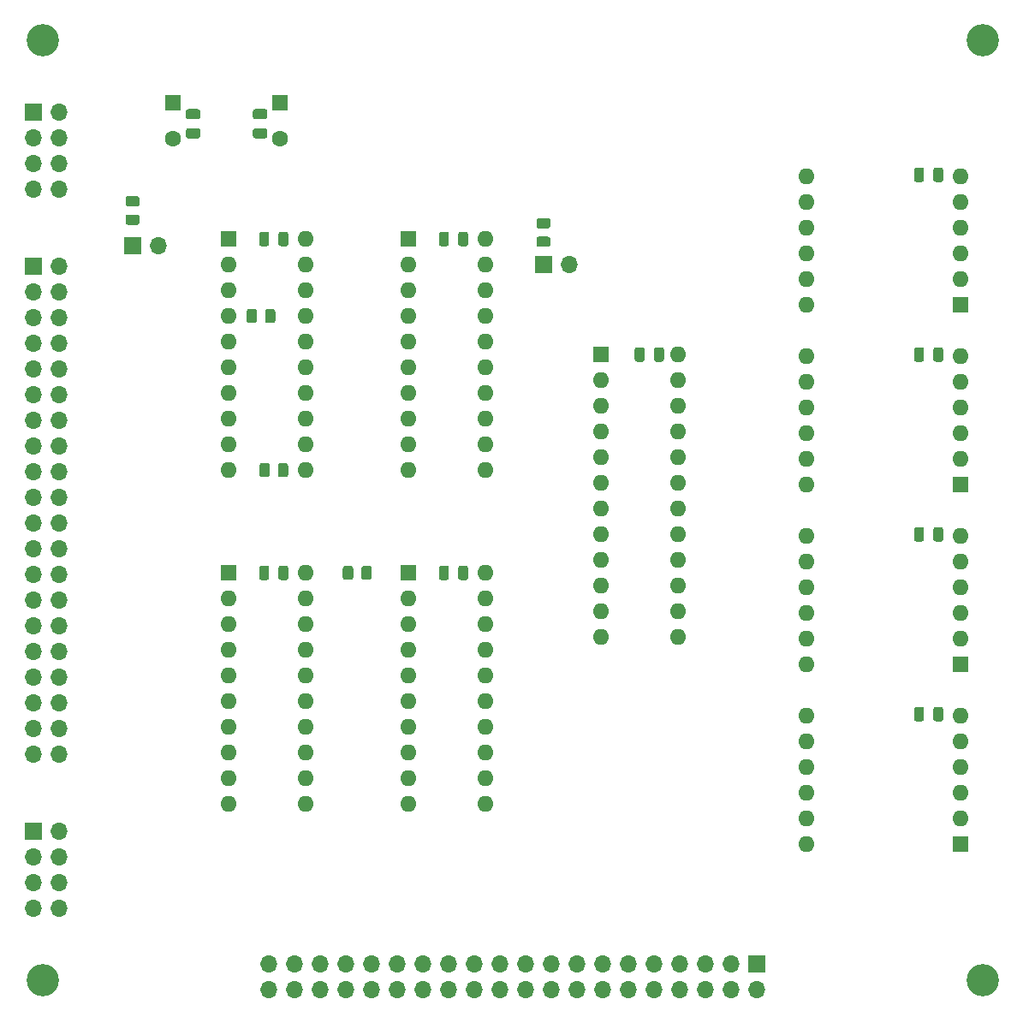
<source format=gbr>
%TF.GenerationSoftware,KiCad,Pcbnew,(5.1.9)-1*%
%TF.CreationDate,2021-06-06T15:03:33-04:00*%
%TF.ProjectId,main,6d61696e-2e6b-4696-9361-645f70636258,rev?*%
%TF.SameCoordinates,Original*%
%TF.FileFunction,Soldermask,Bot*%
%TF.FilePolarity,Negative*%
%FSLAX46Y46*%
G04 Gerber Fmt 4.6, Leading zero omitted, Abs format (unit mm)*
G04 Created by KiCad (PCBNEW (5.1.9)-1) date 2021-06-06 15:03:33*
%MOMM*%
%LPD*%
G01*
G04 APERTURE LIST*
%ADD10O,1.700000X1.700000*%
%ADD11R,1.700000X1.700000*%
%ADD12R,1.600000X1.600000*%
%ADD13O,1.600000X1.600000*%
%ADD14C,3.200000*%
%ADD15C,1.600000*%
G04 APERTURE END LIST*
%TO.C,R5*%
G36*
G01*
X31934999Y-40762500D02*
X32835001Y-40762500D01*
G75*
G02*
X33085000Y-41012499I0J-249999D01*
G01*
X33085000Y-41537501D01*
G75*
G02*
X32835001Y-41787500I-249999J0D01*
G01*
X31934999Y-41787500D01*
G75*
G02*
X31685000Y-41537501I0J249999D01*
G01*
X31685000Y-41012499D01*
G75*
G02*
X31934999Y-40762500I249999J0D01*
G01*
G37*
G36*
G01*
X31934999Y-38937500D02*
X32835001Y-38937500D01*
G75*
G02*
X33085000Y-39187499I0J-249999D01*
G01*
X33085000Y-39712501D01*
G75*
G02*
X32835001Y-39962500I-249999J0D01*
G01*
X31934999Y-39962500D01*
G75*
G02*
X31685000Y-39712501I0J249999D01*
G01*
X31685000Y-39187499D01*
G75*
G02*
X31934999Y-38937500I249999J0D01*
G01*
G37*
%TD*%
%TO.C,R4*%
G36*
G01*
X72574999Y-42945000D02*
X73475001Y-42945000D01*
G75*
G02*
X73725000Y-43194999I0J-249999D01*
G01*
X73725000Y-43720001D01*
G75*
G02*
X73475001Y-43970000I-249999J0D01*
G01*
X72574999Y-43970000D01*
G75*
G02*
X72325000Y-43720001I0J249999D01*
G01*
X72325000Y-43194999D01*
G75*
G02*
X72574999Y-42945000I249999J0D01*
G01*
G37*
G36*
G01*
X72574999Y-41120000D02*
X73475001Y-41120000D01*
G75*
G02*
X73725000Y-41369999I0J-249999D01*
G01*
X73725000Y-41895001D01*
G75*
G02*
X73475001Y-42145000I-249999J0D01*
G01*
X72574999Y-42145000D01*
G75*
G02*
X72325000Y-41895001I0J249999D01*
G01*
X72325000Y-41369999D01*
G75*
G02*
X72574999Y-41120000I249999J0D01*
G01*
G37*
%TD*%
D10*
%TO.C,JP2*%
X34925000Y-43815000D03*
D11*
X32385000Y-43815000D03*
%TD*%
D10*
%TO.C,JP1*%
X75565000Y-45720000D03*
D11*
X73025000Y-45720000D03*
%TD*%
%TO.C,C5*%
G36*
G01*
X45905000Y-75725000D02*
X45905000Y-76675000D01*
G75*
G02*
X45655000Y-76925000I-250000J0D01*
G01*
X45155000Y-76925000D01*
G75*
G02*
X44905000Y-76675000I0J250000D01*
G01*
X44905000Y-75725000D01*
G75*
G02*
X45155000Y-75475000I250000J0D01*
G01*
X45655000Y-75475000D01*
G75*
G02*
X45905000Y-75725000I0J-250000D01*
G01*
G37*
G36*
G01*
X47805000Y-75725000D02*
X47805000Y-76675000D01*
G75*
G02*
X47555000Y-76925000I-250000J0D01*
G01*
X47055000Y-76925000D01*
G75*
G02*
X46805000Y-76675000I0J250000D01*
G01*
X46805000Y-75725000D01*
G75*
G02*
X47055000Y-75475000I250000J0D01*
G01*
X47555000Y-75475000D01*
G75*
G02*
X47805000Y-75725000I0J-250000D01*
G01*
G37*
%TD*%
%TO.C,C4*%
G36*
G01*
X63685000Y-42705000D02*
X63685000Y-43655000D01*
G75*
G02*
X63435000Y-43905000I-250000J0D01*
G01*
X62935000Y-43905000D01*
G75*
G02*
X62685000Y-43655000I0J250000D01*
G01*
X62685000Y-42705000D01*
G75*
G02*
X62935000Y-42455000I250000J0D01*
G01*
X63435000Y-42455000D01*
G75*
G02*
X63685000Y-42705000I0J-250000D01*
G01*
G37*
G36*
G01*
X65585000Y-42705000D02*
X65585000Y-43655000D01*
G75*
G02*
X65335000Y-43905000I-250000J0D01*
G01*
X64835000Y-43905000D01*
G75*
G02*
X64585000Y-43655000I0J250000D01*
G01*
X64585000Y-42705000D01*
G75*
G02*
X64835000Y-42455000I250000J0D01*
G01*
X65335000Y-42455000D01*
G75*
G02*
X65585000Y-42705000I0J-250000D01*
G01*
G37*
%TD*%
%TO.C,C2*%
G36*
G01*
X45905000Y-42705000D02*
X45905000Y-43655000D01*
G75*
G02*
X45655000Y-43905000I-250000J0D01*
G01*
X45155000Y-43905000D01*
G75*
G02*
X44905000Y-43655000I0J250000D01*
G01*
X44905000Y-42705000D01*
G75*
G02*
X45155000Y-42455000I250000J0D01*
G01*
X45655000Y-42455000D01*
G75*
G02*
X45905000Y-42705000I0J-250000D01*
G01*
G37*
G36*
G01*
X47805000Y-42705000D02*
X47805000Y-43655000D01*
G75*
G02*
X47555000Y-43905000I-250000J0D01*
G01*
X47055000Y-43905000D01*
G75*
G02*
X46805000Y-43655000I0J250000D01*
G01*
X46805000Y-42705000D01*
G75*
G02*
X47055000Y-42455000I250000J0D01*
G01*
X47555000Y-42455000D01*
G75*
G02*
X47805000Y-42705000I0J-250000D01*
G01*
G37*
%TD*%
%TO.C,C1*%
G36*
G01*
X63685000Y-75725000D02*
X63685000Y-76675000D01*
G75*
G02*
X63435000Y-76925000I-250000J0D01*
G01*
X62935000Y-76925000D01*
G75*
G02*
X62685000Y-76675000I0J250000D01*
G01*
X62685000Y-75725000D01*
G75*
G02*
X62935000Y-75475000I250000J0D01*
G01*
X63435000Y-75475000D01*
G75*
G02*
X63685000Y-75725000I0J-250000D01*
G01*
G37*
G36*
G01*
X65585000Y-75725000D02*
X65585000Y-76675000D01*
G75*
G02*
X65335000Y-76925000I-250000J0D01*
G01*
X64835000Y-76925000D01*
G75*
G02*
X64585000Y-76675000I0J250000D01*
G01*
X64585000Y-75725000D01*
G75*
G02*
X64835000Y-75475000I250000J0D01*
G01*
X65335000Y-75475000D01*
G75*
G02*
X65585000Y-75725000I0J-250000D01*
G01*
G37*
%TD*%
D12*
%TO.C,U9*%
X114300000Y-103030000D03*
D13*
X114300000Y-100490000D03*
X114300000Y-97950000D03*
X114300000Y-95410000D03*
X114300000Y-92870000D03*
X114300000Y-90330000D03*
X99060000Y-90330000D03*
X99060000Y-92870000D03*
X99060000Y-95410000D03*
X99060000Y-97950000D03*
X99060000Y-100490000D03*
X99060000Y-103030000D03*
%TD*%
D12*
%TO.C,U8*%
X114300000Y-85250000D03*
D13*
X114300000Y-82710000D03*
X114300000Y-80170000D03*
X114300000Y-77630000D03*
X114300000Y-75090000D03*
X114300000Y-72550000D03*
X99060000Y-72550000D03*
X99060000Y-75090000D03*
X99060000Y-77630000D03*
X99060000Y-80170000D03*
X99060000Y-82710000D03*
X99060000Y-85250000D03*
%TD*%
D12*
%TO.C,U7*%
X114300000Y-67470000D03*
D13*
X114300000Y-64930000D03*
X114300000Y-62390000D03*
X114300000Y-59850000D03*
X114300000Y-57310000D03*
X114300000Y-54770000D03*
X99060000Y-54770000D03*
X99060000Y-57310000D03*
X99060000Y-59850000D03*
X99060000Y-62390000D03*
X99060000Y-64930000D03*
X99060000Y-67470000D03*
%TD*%
D12*
%TO.C,U6*%
X114300000Y-49690000D03*
D13*
X114300000Y-47150000D03*
X114300000Y-44610000D03*
X114300000Y-42070000D03*
X114300000Y-39530000D03*
X114300000Y-36990000D03*
X99060000Y-36990000D03*
X99060000Y-39530000D03*
X99060000Y-42070000D03*
X99060000Y-44610000D03*
X99060000Y-47150000D03*
X99060000Y-49690000D03*
%TD*%
%TO.C,U3*%
X86360000Y-54610000D03*
X78740000Y-82550000D03*
X86360000Y-57150000D03*
X78740000Y-80010000D03*
X86360000Y-59690000D03*
X78740000Y-77470000D03*
X86360000Y-62230000D03*
X78740000Y-74930000D03*
X86360000Y-64770000D03*
X78740000Y-72390000D03*
X86360000Y-67310000D03*
X78740000Y-69850000D03*
X86360000Y-69850000D03*
X78740000Y-67310000D03*
X86360000Y-72390000D03*
X78740000Y-64770000D03*
X86360000Y-74930000D03*
X78740000Y-62230000D03*
X86360000Y-77470000D03*
X78740000Y-59690000D03*
X86360000Y-80010000D03*
X78740000Y-57150000D03*
X86360000Y-82550000D03*
D12*
X78740000Y-54610000D03*
%TD*%
%TO.C,R3*%
G36*
G01*
X55010000Y-76650001D02*
X55010000Y-75749999D01*
G75*
G02*
X55259999Y-75500000I249999J0D01*
G01*
X55785001Y-75500000D01*
G75*
G02*
X56035000Y-75749999I0J-249999D01*
G01*
X56035000Y-76650001D01*
G75*
G02*
X55785001Y-76900000I-249999J0D01*
G01*
X55259999Y-76900000D01*
G75*
G02*
X55010000Y-76650001I0J249999D01*
G01*
G37*
G36*
G01*
X53185000Y-76650001D02*
X53185000Y-75749999D01*
G75*
G02*
X53434999Y-75500000I249999J0D01*
G01*
X53960001Y-75500000D01*
G75*
G02*
X54210000Y-75749999I0J-249999D01*
G01*
X54210000Y-76650001D01*
G75*
G02*
X53960001Y-76900000I-249999J0D01*
G01*
X53434999Y-76900000D01*
G75*
G02*
X53185000Y-76650001I0J249999D01*
G01*
G37*
%TD*%
%TO.C,R2*%
G36*
G01*
X46755000Y-66490001D02*
X46755000Y-65589999D01*
G75*
G02*
X47004999Y-65340000I249999J0D01*
G01*
X47530001Y-65340000D01*
G75*
G02*
X47780000Y-65589999I0J-249999D01*
G01*
X47780000Y-66490001D01*
G75*
G02*
X47530001Y-66740000I-249999J0D01*
G01*
X47004999Y-66740000D01*
G75*
G02*
X46755000Y-66490001I0J249999D01*
G01*
G37*
G36*
G01*
X44930000Y-66490001D02*
X44930000Y-65589999D01*
G75*
G02*
X45179999Y-65340000I249999J0D01*
G01*
X45705001Y-65340000D01*
G75*
G02*
X45955000Y-65589999I0J-249999D01*
G01*
X45955000Y-66490001D01*
G75*
G02*
X45705001Y-66740000I-249999J0D01*
G01*
X45179999Y-66740000D01*
G75*
G02*
X44930000Y-66490001I0J249999D01*
G01*
G37*
%TD*%
%TO.C,R1*%
G36*
G01*
X44685000Y-50349999D02*
X44685000Y-51250001D01*
G75*
G02*
X44435001Y-51500000I-249999J0D01*
G01*
X43909999Y-51500000D01*
G75*
G02*
X43660000Y-51250001I0J249999D01*
G01*
X43660000Y-50349999D01*
G75*
G02*
X43909999Y-50100000I249999J0D01*
G01*
X44435001Y-50100000D01*
G75*
G02*
X44685000Y-50349999I0J-249999D01*
G01*
G37*
G36*
G01*
X46510000Y-50349999D02*
X46510000Y-51250001D01*
G75*
G02*
X46260001Y-51500000I-249999J0D01*
G01*
X45734999Y-51500000D01*
G75*
G02*
X45485000Y-51250001I0J249999D01*
G01*
X45485000Y-50349999D01*
G75*
G02*
X45734999Y-50100000I249999J0D01*
G01*
X46260001Y-50100000D01*
G75*
G02*
X46510000Y-50349999I0J-249999D01*
G01*
G37*
%TD*%
D13*
%TO.C,U5*%
X49530000Y-43180000D03*
X41910000Y-66040000D03*
X49530000Y-45720000D03*
X41910000Y-63500000D03*
X49530000Y-48260000D03*
X41910000Y-60960000D03*
X49530000Y-50800000D03*
X41910000Y-58420000D03*
X49530000Y-53340000D03*
X41910000Y-55880000D03*
X49530000Y-55880000D03*
X41910000Y-53340000D03*
X49530000Y-58420000D03*
X41910000Y-50800000D03*
X49530000Y-60960000D03*
X41910000Y-48260000D03*
X49530000Y-63500000D03*
X41910000Y-45720000D03*
X49530000Y-66040000D03*
D12*
X41910000Y-43180000D03*
%TD*%
D13*
%TO.C,U4*%
X67310000Y-43180000D03*
X59690000Y-66040000D03*
X67310000Y-45720000D03*
X59690000Y-63500000D03*
X67310000Y-48260000D03*
X59690000Y-60960000D03*
X67310000Y-50800000D03*
X59690000Y-58420000D03*
X67310000Y-53340000D03*
X59690000Y-55880000D03*
X67310000Y-55880000D03*
X59690000Y-53340000D03*
X67310000Y-58420000D03*
X59690000Y-50800000D03*
X67310000Y-60960000D03*
X59690000Y-48260000D03*
X67310000Y-63500000D03*
X59690000Y-45720000D03*
X67310000Y-66040000D03*
D12*
X59690000Y-43180000D03*
%TD*%
D13*
%TO.C,U2*%
X67310000Y-76200000D03*
X59690000Y-99060000D03*
X67310000Y-78740000D03*
X59690000Y-96520000D03*
X67310000Y-81280000D03*
X59690000Y-93980000D03*
X67310000Y-83820000D03*
X59690000Y-91440000D03*
X67310000Y-86360000D03*
X59690000Y-88900000D03*
X67310000Y-88900000D03*
X59690000Y-86360000D03*
X67310000Y-91440000D03*
X59690000Y-83820000D03*
X67310000Y-93980000D03*
X59690000Y-81280000D03*
X67310000Y-96520000D03*
X59690000Y-78740000D03*
X67310000Y-99060000D03*
D12*
X59690000Y-76200000D03*
%TD*%
D13*
%TO.C,U1*%
X49530000Y-76200000D03*
X41910000Y-99060000D03*
X49530000Y-78740000D03*
X41910000Y-96520000D03*
X49530000Y-81280000D03*
X41910000Y-93980000D03*
X49530000Y-83820000D03*
X41910000Y-91440000D03*
X49530000Y-86360000D03*
X41910000Y-88900000D03*
X49530000Y-88900000D03*
X41910000Y-86360000D03*
X49530000Y-91440000D03*
X41910000Y-83820000D03*
X49530000Y-93980000D03*
X41910000Y-81280000D03*
X49530000Y-96520000D03*
X41910000Y-78740000D03*
X49530000Y-99060000D03*
D12*
X41910000Y-76200000D03*
%TD*%
D14*
%TO.C,M4*%
X23500000Y-116500000D03*
%TD*%
%TO.C,M3*%
X23500000Y-23500000D03*
%TD*%
%TO.C,M2*%
X116500000Y-116500000D03*
%TD*%
%TO.C,M1*%
X116500000Y-23500000D03*
%TD*%
D15*
%TO.C,C3*%
X36360000Y-33230000D03*
D12*
X36360000Y-29730000D03*
%TD*%
%TO.C,C21*%
G36*
G01*
X37897800Y-32233900D02*
X38847800Y-32233900D01*
G75*
G02*
X39097800Y-32483900I0J-250000D01*
G01*
X39097800Y-32983900D01*
G75*
G02*
X38847800Y-33233900I-250000J0D01*
G01*
X37897800Y-33233900D01*
G75*
G02*
X37647800Y-32983900I0J250000D01*
G01*
X37647800Y-32483900D01*
G75*
G02*
X37897800Y-32233900I250000J0D01*
G01*
G37*
G36*
G01*
X37897800Y-30333900D02*
X38847800Y-30333900D01*
G75*
G02*
X39097800Y-30583900I0J-250000D01*
G01*
X39097800Y-31083900D01*
G75*
G02*
X38847800Y-31333900I-250000J0D01*
G01*
X37897800Y-31333900D01*
G75*
G02*
X37647800Y-31083900I0J250000D01*
G01*
X37647800Y-30583900D01*
G75*
G02*
X37897800Y-30333900I250000J0D01*
G01*
G37*
%TD*%
%TO.C,C20*%
G36*
G01*
X44522000Y-32233900D02*
X45472000Y-32233900D01*
G75*
G02*
X45722000Y-32483900I0J-250000D01*
G01*
X45722000Y-32983900D01*
G75*
G02*
X45472000Y-33233900I-250000J0D01*
G01*
X44522000Y-33233900D01*
G75*
G02*
X44272000Y-32983900I0J250000D01*
G01*
X44272000Y-32483900D01*
G75*
G02*
X44522000Y-32233900I250000J0D01*
G01*
G37*
G36*
G01*
X44522000Y-30333900D02*
X45472000Y-30333900D01*
G75*
G02*
X45722000Y-30583900I0J-250000D01*
G01*
X45722000Y-31083900D01*
G75*
G02*
X45472000Y-31333900I-250000J0D01*
G01*
X44522000Y-31333900D01*
G75*
G02*
X44272000Y-31083900I0J250000D01*
G01*
X44272000Y-30583900D01*
G75*
G02*
X44522000Y-30333900I250000J0D01*
G01*
G37*
%TD*%
%TO.C,C18*%
G36*
G01*
X110675000Y-89695000D02*
X110675000Y-90645000D01*
G75*
G02*
X110425000Y-90895000I-250000J0D01*
G01*
X109925000Y-90895000D01*
G75*
G02*
X109675000Y-90645000I0J250000D01*
G01*
X109675000Y-89695000D01*
G75*
G02*
X109925000Y-89445000I250000J0D01*
G01*
X110425000Y-89445000D01*
G75*
G02*
X110675000Y-89695000I0J-250000D01*
G01*
G37*
G36*
G01*
X112575000Y-89695000D02*
X112575000Y-90645000D01*
G75*
G02*
X112325000Y-90895000I-250000J0D01*
G01*
X111825000Y-90895000D01*
G75*
G02*
X111575000Y-90645000I0J250000D01*
G01*
X111575000Y-89695000D01*
G75*
G02*
X111825000Y-89445000I250000J0D01*
G01*
X112325000Y-89445000D01*
G75*
G02*
X112575000Y-89695000I0J-250000D01*
G01*
G37*
%TD*%
%TO.C,C15*%
G36*
G01*
X83050000Y-54135000D02*
X83050000Y-55085000D01*
G75*
G02*
X82800000Y-55335000I-250000J0D01*
G01*
X82300000Y-55335000D01*
G75*
G02*
X82050000Y-55085000I0J250000D01*
G01*
X82050000Y-54135000D01*
G75*
G02*
X82300000Y-53885000I250000J0D01*
G01*
X82800000Y-53885000D01*
G75*
G02*
X83050000Y-54135000I0J-250000D01*
G01*
G37*
G36*
G01*
X84950000Y-54135000D02*
X84950000Y-55085000D01*
G75*
G02*
X84700000Y-55335000I-250000J0D01*
G01*
X84200000Y-55335000D01*
G75*
G02*
X83950000Y-55085000I0J250000D01*
G01*
X83950000Y-54135000D01*
G75*
G02*
X84200000Y-53885000I250000J0D01*
G01*
X84700000Y-53885000D01*
G75*
G02*
X84950000Y-54135000I0J-250000D01*
G01*
G37*
%TD*%
%TO.C,C13*%
G36*
G01*
X110675000Y-54135000D02*
X110675000Y-55085000D01*
G75*
G02*
X110425000Y-55335000I-250000J0D01*
G01*
X109925000Y-55335000D01*
G75*
G02*
X109675000Y-55085000I0J250000D01*
G01*
X109675000Y-54135000D01*
G75*
G02*
X109925000Y-53885000I250000J0D01*
G01*
X110425000Y-53885000D01*
G75*
G02*
X110675000Y-54135000I0J-250000D01*
G01*
G37*
G36*
G01*
X112575000Y-54135000D02*
X112575000Y-55085000D01*
G75*
G02*
X112325000Y-55335000I-250000J0D01*
G01*
X111825000Y-55335000D01*
G75*
G02*
X111575000Y-55085000I0J250000D01*
G01*
X111575000Y-54135000D01*
G75*
G02*
X111825000Y-53885000I250000J0D01*
G01*
X112325000Y-53885000D01*
G75*
G02*
X112575000Y-54135000I0J-250000D01*
G01*
G37*
%TD*%
%TO.C,C11*%
G36*
G01*
X110675000Y-71915000D02*
X110675000Y-72865000D01*
G75*
G02*
X110425000Y-73115000I-250000J0D01*
G01*
X109925000Y-73115000D01*
G75*
G02*
X109675000Y-72865000I0J250000D01*
G01*
X109675000Y-71915000D01*
G75*
G02*
X109925000Y-71665000I250000J0D01*
G01*
X110425000Y-71665000D01*
G75*
G02*
X110675000Y-71915000I0J-250000D01*
G01*
G37*
G36*
G01*
X112575000Y-71915000D02*
X112575000Y-72865000D01*
G75*
G02*
X112325000Y-73115000I-250000J0D01*
G01*
X111825000Y-73115000D01*
G75*
G02*
X111575000Y-72865000I0J250000D01*
G01*
X111575000Y-71915000D01*
G75*
G02*
X111825000Y-71665000I250000J0D01*
G01*
X112325000Y-71665000D01*
G75*
G02*
X112575000Y-71915000I0J-250000D01*
G01*
G37*
%TD*%
%TO.C,C9*%
G36*
G01*
X110675000Y-36355000D02*
X110675000Y-37305000D01*
G75*
G02*
X110425000Y-37555000I-250000J0D01*
G01*
X109925000Y-37555000D01*
G75*
G02*
X109675000Y-37305000I0J250000D01*
G01*
X109675000Y-36355000D01*
G75*
G02*
X109925000Y-36105000I250000J0D01*
G01*
X110425000Y-36105000D01*
G75*
G02*
X110675000Y-36355000I0J-250000D01*
G01*
G37*
G36*
G01*
X112575000Y-36355000D02*
X112575000Y-37305000D01*
G75*
G02*
X112325000Y-37555000I-250000J0D01*
G01*
X111825000Y-37555000D01*
G75*
G02*
X111575000Y-37305000I0J250000D01*
G01*
X111575000Y-36355000D01*
G75*
G02*
X111825000Y-36105000I250000J0D01*
G01*
X112325000Y-36105000D01*
G75*
G02*
X112575000Y-36355000I0J-250000D01*
G01*
G37*
%TD*%
D15*
%TO.C,C8*%
X46930000Y-33230000D03*
D12*
X46930000Y-29730000D03*
%TD*%
D11*
%TO.C,J2*%
X22540000Y-30600000D03*
D10*
X25080000Y-30600000D03*
X22540000Y-33140000D03*
X25080000Y-33140000D03*
X22540000Y-35680000D03*
X25080000Y-35680000D03*
X22540000Y-38220000D03*
X25080000Y-38220000D03*
%TD*%
%TO.C,J1*%
X25080000Y-109400000D03*
X22540000Y-109400000D03*
X25080000Y-106860000D03*
X22540000Y-106860000D03*
X25080000Y-104320000D03*
X22540000Y-104320000D03*
X25080000Y-101780000D03*
D11*
X22540000Y-101780000D03*
%TD*%
D10*
%TO.C,J4*%
X45870000Y-117460000D03*
X45870000Y-114920000D03*
X48410000Y-117460000D03*
X48410000Y-114920000D03*
X50950000Y-117460000D03*
X50950000Y-114920000D03*
X53490000Y-117460000D03*
X53490000Y-114920000D03*
X56030000Y-117460000D03*
X56030000Y-114920000D03*
X58570000Y-117460000D03*
X58570000Y-114920000D03*
X61110000Y-117460000D03*
X61110000Y-114920000D03*
X63650000Y-117460000D03*
X63650000Y-114920000D03*
X66190000Y-117460000D03*
X66190000Y-114920000D03*
X68730000Y-117460000D03*
X68730000Y-114920000D03*
X71270000Y-117460000D03*
X71270000Y-114920000D03*
X73810000Y-117460000D03*
X73810000Y-114920000D03*
X76350000Y-117460000D03*
X76350000Y-114920000D03*
X78890000Y-117460000D03*
X78890000Y-114920000D03*
X81430000Y-117460000D03*
X81430000Y-114920000D03*
X83970000Y-117460000D03*
X83970000Y-114920000D03*
X86510000Y-117460000D03*
X86510000Y-114920000D03*
X89050000Y-117460000D03*
X89050000Y-114920000D03*
X91590000Y-117460000D03*
X91590000Y-114920000D03*
X94130000Y-117460000D03*
D11*
X94130000Y-114920000D03*
%TD*%
D10*
%TO.C,J3*%
X25080000Y-94130000D03*
X22540000Y-94130000D03*
X25080000Y-91590000D03*
X22540000Y-91590000D03*
X25080000Y-89050000D03*
X22540000Y-89050000D03*
X25080000Y-86510000D03*
X22540000Y-86510000D03*
X25080000Y-83970000D03*
X22540000Y-83970000D03*
X25080000Y-81430000D03*
X22540000Y-81430000D03*
X25080000Y-78890000D03*
X22540000Y-78890000D03*
X25080000Y-76350000D03*
X22540000Y-76350000D03*
X25080000Y-73810000D03*
X22540000Y-73810000D03*
X25080000Y-71270000D03*
X22540000Y-71270000D03*
X25080000Y-68730000D03*
X22540000Y-68730000D03*
X25080000Y-66190000D03*
X22540000Y-66190000D03*
X25080000Y-63650000D03*
X22540000Y-63650000D03*
X25080000Y-61110000D03*
X22540000Y-61110000D03*
X25080000Y-58570000D03*
X22540000Y-58570000D03*
X25080000Y-56030000D03*
X22540000Y-56030000D03*
X25080000Y-53490000D03*
X22540000Y-53490000D03*
X25080000Y-50950000D03*
X22540000Y-50950000D03*
X25080000Y-48410000D03*
X22540000Y-48410000D03*
X25080000Y-45870000D03*
D11*
X22540000Y-45870000D03*
%TD*%
M02*

</source>
